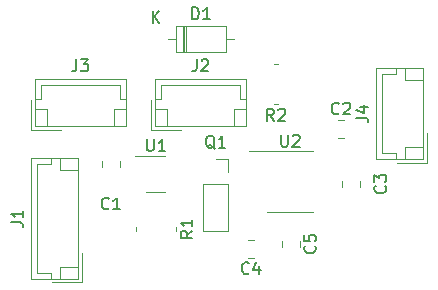
<source format=gbr>
%TF.GenerationSoftware,KiCad,Pcbnew,7.0.8-7.0.8~ubuntu22.04.1*%
%TF.CreationDate,2023-10-16T16:43:54-07:00*%
%TF.ProjectId,SolenoidDriver,536f6c65-6e6f-4696-9444-72697665722e,rev?*%
%TF.SameCoordinates,Original*%
%TF.FileFunction,Legend,Top*%
%TF.FilePolarity,Positive*%
%FSLAX46Y46*%
G04 Gerber Fmt 4.6, Leading zero omitted, Abs format (unit mm)*
G04 Created by KiCad (PCBNEW 7.0.8-7.0.8~ubuntu22.04.1) date 2023-10-16 16:43:54*
%MOMM*%
%LPD*%
G01*
G04 APERTURE LIST*
%ADD10C,0.150000*%
%ADD11C,0.120000*%
G04 APERTURE END LIST*
D10*
X115403333Y-36664819D02*
X115070000Y-36188628D01*
X114831905Y-36664819D02*
X114831905Y-35664819D01*
X114831905Y-35664819D02*
X115212857Y-35664819D01*
X115212857Y-35664819D02*
X115308095Y-35712438D01*
X115308095Y-35712438D02*
X115355714Y-35760057D01*
X115355714Y-35760057D02*
X115403333Y-35855295D01*
X115403333Y-35855295D02*
X115403333Y-35998152D01*
X115403333Y-35998152D02*
X115355714Y-36093390D01*
X115355714Y-36093390D02*
X115308095Y-36141009D01*
X115308095Y-36141009D02*
X115212857Y-36188628D01*
X115212857Y-36188628D02*
X114831905Y-36188628D01*
X115784286Y-35760057D02*
X115831905Y-35712438D01*
X115831905Y-35712438D02*
X115927143Y-35664819D01*
X115927143Y-35664819D02*
X116165238Y-35664819D01*
X116165238Y-35664819D02*
X116260476Y-35712438D01*
X116260476Y-35712438D02*
X116308095Y-35760057D01*
X116308095Y-35760057D02*
X116355714Y-35855295D01*
X116355714Y-35855295D02*
X116355714Y-35950533D01*
X116355714Y-35950533D02*
X116308095Y-36093390D01*
X116308095Y-36093390D02*
X115736667Y-36664819D01*
X115736667Y-36664819D02*
X116355714Y-36664819D01*
X108514819Y-45994166D02*
X108038628Y-46327499D01*
X108514819Y-46565594D02*
X107514819Y-46565594D01*
X107514819Y-46565594D02*
X107514819Y-46184642D01*
X107514819Y-46184642D02*
X107562438Y-46089404D01*
X107562438Y-46089404D02*
X107610057Y-46041785D01*
X107610057Y-46041785D02*
X107705295Y-45994166D01*
X107705295Y-45994166D02*
X107848152Y-45994166D01*
X107848152Y-45994166D02*
X107943390Y-46041785D01*
X107943390Y-46041785D02*
X107991009Y-46089404D01*
X107991009Y-46089404D02*
X108038628Y-46184642D01*
X108038628Y-46184642D02*
X108038628Y-46565594D01*
X108514819Y-45041785D02*
X108514819Y-45613213D01*
X108514819Y-45327499D02*
X107514819Y-45327499D01*
X107514819Y-45327499D02*
X107657676Y-45422737D01*
X107657676Y-45422737D02*
X107752914Y-45517975D01*
X107752914Y-45517975D02*
X107800533Y-45613213D01*
X118879580Y-47264166D02*
X118927200Y-47311785D01*
X118927200Y-47311785D02*
X118974819Y-47454642D01*
X118974819Y-47454642D02*
X118974819Y-47549880D01*
X118974819Y-47549880D02*
X118927200Y-47692737D01*
X118927200Y-47692737D02*
X118831961Y-47787975D01*
X118831961Y-47787975D02*
X118736723Y-47835594D01*
X118736723Y-47835594D02*
X118546247Y-47883213D01*
X118546247Y-47883213D02*
X118403390Y-47883213D01*
X118403390Y-47883213D02*
X118212914Y-47835594D01*
X118212914Y-47835594D02*
X118117676Y-47787975D01*
X118117676Y-47787975D02*
X118022438Y-47692737D01*
X118022438Y-47692737D02*
X117974819Y-47549880D01*
X117974819Y-47549880D02*
X117974819Y-47454642D01*
X117974819Y-47454642D02*
X118022438Y-47311785D01*
X118022438Y-47311785D02*
X118070057Y-47264166D01*
X117974819Y-46359404D02*
X117974819Y-46835594D01*
X117974819Y-46835594D02*
X118451009Y-46883213D01*
X118451009Y-46883213D02*
X118403390Y-46835594D01*
X118403390Y-46835594D02*
X118355771Y-46740356D01*
X118355771Y-46740356D02*
X118355771Y-46502261D01*
X118355771Y-46502261D02*
X118403390Y-46407023D01*
X118403390Y-46407023D02*
X118451009Y-46359404D01*
X118451009Y-46359404D02*
X118546247Y-46311785D01*
X118546247Y-46311785D02*
X118784342Y-46311785D01*
X118784342Y-46311785D02*
X118879580Y-46359404D01*
X118879580Y-46359404D02*
X118927200Y-46407023D01*
X118927200Y-46407023D02*
X118974819Y-46502261D01*
X118974819Y-46502261D02*
X118974819Y-46740356D01*
X118974819Y-46740356D02*
X118927200Y-46835594D01*
X118927200Y-46835594D02*
X118879580Y-46883213D01*
X113295833Y-49569580D02*
X113248214Y-49617200D01*
X113248214Y-49617200D02*
X113105357Y-49664819D01*
X113105357Y-49664819D02*
X113010119Y-49664819D01*
X113010119Y-49664819D02*
X112867262Y-49617200D01*
X112867262Y-49617200D02*
X112772024Y-49521961D01*
X112772024Y-49521961D02*
X112724405Y-49426723D01*
X112724405Y-49426723D02*
X112676786Y-49236247D01*
X112676786Y-49236247D02*
X112676786Y-49093390D01*
X112676786Y-49093390D02*
X112724405Y-48902914D01*
X112724405Y-48902914D02*
X112772024Y-48807676D01*
X112772024Y-48807676D02*
X112867262Y-48712438D01*
X112867262Y-48712438D02*
X113010119Y-48664819D01*
X113010119Y-48664819D02*
X113105357Y-48664819D01*
X113105357Y-48664819D02*
X113248214Y-48712438D01*
X113248214Y-48712438D02*
X113295833Y-48760057D01*
X114152976Y-48998152D02*
X114152976Y-49664819D01*
X113914881Y-48617200D02*
X113676786Y-49331485D01*
X113676786Y-49331485D02*
X114295833Y-49331485D01*
X124819580Y-42184166D02*
X124867200Y-42231785D01*
X124867200Y-42231785D02*
X124914819Y-42374642D01*
X124914819Y-42374642D02*
X124914819Y-42469880D01*
X124914819Y-42469880D02*
X124867200Y-42612737D01*
X124867200Y-42612737D02*
X124771961Y-42707975D01*
X124771961Y-42707975D02*
X124676723Y-42755594D01*
X124676723Y-42755594D02*
X124486247Y-42803213D01*
X124486247Y-42803213D02*
X124343390Y-42803213D01*
X124343390Y-42803213D02*
X124152914Y-42755594D01*
X124152914Y-42755594D02*
X124057676Y-42707975D01*
X124057676Y-42707975D02*
X123962438Y-42612737D01*
X123962438Y-42612737D02*
X123914819Y-42469880D01*
X123914819Y-42469880D02*
X123914819Y-42374642D01*
X123914819Y-42374642D02*
X123962438Y-42231785D01*
X123962438Y-42231785D02*
X124010057Y-42184166D01*
X123914819Y-41850832D02*
X123914819Y-41231785D01*
X123914819Y-41231785D02*
X124295771Y-41565118D01*
X124295771Y-41565118D02*
X124295771Y-41422261D01*
X124295771Y-41422261D02*
X124343390Y-41327023D01*
X124343390Y-41327023D02*
X124391009Y-41279404D01*
X124391009Y-41279404D02*
X124486247Y-41231785D01*
X124486247Y-41231785D02*
X124724342Y-41231785D01*
X124724342Y-41231785D02*
X124819580Y-41279404D01*
X124819580Y-41279404D02*
X124867200Y-41327023D01*
X124867200Y-41327023D02*
X124914819Y-41422261D01*
X124914819Y-41422261D02*
X124914819Y-41707975D01*
X124914819Y-41707975D02*
X124867200Y-41803213D01*
X124867200Y-41803213D02*
X124819580Y-41850832D01*
X120915833Y-36049580D02*
X120868214Y-36097200D01*
X120868214Y-36097200D02*
X120725357Y-36144819D01*
X120725357Y-36144819D02*
X120630119Y-36144819D01*
X120630119Y-36144819D02*
X120487262Y-36097200D01*
X120487262Y-36097200D02*
X120392024Y-36001961D01*
X120392024Y-36001961D02*
X120344405Y-35906723D01*
X120344405Y-35906723D02*
X120296786Y-35716247D01*
X120296786Y-35716247D02*
X120296786Y-35573390D01*
X120296786Y-35573390D02*
X120344405Y-35382914D01*
X120344405Y-35382914D02*
X120392024Y-35287676D01*
X120392024Y-35287676D02*
X120487262Y-35192438D01*
X120487262Y-35192438D02*
X120630119Y-35144819D01*
X120630119Y-35144819D02*
X120725357Y-35144819D01*
X120725357Y-35144819D02*
X120868214Y-35192438D01*
X120868214Y-35192438D02*
X120915833Y-35240057D01*
X121296786Y-35240057D02*
X121344405Y-35192438D01*
X121344405Y-35192438D02*
X121439643Y-35144819D01*
X121439643Y-35144819D02*
X121677738Y-35144819D01*
X121677738Y-35144819D02*
X121772976Y-35192438D01*
X121772976Y-35192438D02*
X121820595Y-35240057D01*
X121820595Y-35240057D02*
X121868214Y-35335295D01*
X121868214Y-35335295D02*
X121868214Y-35430533D01*
X121868214Y-35430533D02*
X121820595Y-35573390D01*
X121820595Y-35573390D02*
X121249167Y-36144819D01*
X121249167Y-36144819D02*
X121868214Y-36144819D01*
X101433333Y-44079580D02*
X101385714Y-44127200D01*
X101385714Y-44127200D02*
X101242857Y-44174819D01*
X101242857Y-44174819D02*
X101147619Y-44174819D01*
X101147619Y-44174819D02*
X101004762Y-44127200D01*
X101004762Y-44127200D02*
X100909524Y-44031961D01*
X100909524Y-44031961D02*
X100861905Y-43936723D01*
X100861905Y-43936723D02*
X100814286Y-43746247D01*
X100814286Y-43746247D02*
X100814286Y-43603390D01*
X100814286Y-43603390D02*
X100861905Y-43412914D01*
X100861905Y-43412914D02*
X100909524Y-43317676D01*
X100909524Y-43317676D02*
X101004762Y-43222438D01*
X101004762Y-43222438D02*
X101147619Y-43174819D01*
X101147619Y-43174819D02*
X101242857Y-43174819D01*
X101242857Y-43174819D02*
X101385714Y-43222438D01*
X101385714Y-43222438D02*
X101433333Y-43270057D01*
X102385714Y-44174819D02*
X101814286Y-44174819D01*
X102100000Y-44174819D02*
X102100000Y-43174819D01*
X102100000Y-43174819D02*
X102004762Y-43317676D01*
X102004762Y-43317676D02*
X101909524Y-43412914D01*
X101909524Y-43412914D02*
X101814286Y-43460533D01*
X93174819Y-45283333D02*
X93889104Y-45283333D01*
X93889104Y-45283333D02*
X94031961Y-45330952D01*
X94031961Y-45330952D02*
X94127200Y-45426190D01*
X94127200Y-45426190D02*
X94174819Y-45569047D01*
X94174819Y-45569047D02*
X94174819Y-45664285D01*
X94174819Y-44283333D02*
X94174819Y-44854761D01*
X94174819Y-44569047D02*
X93174819Y-44569047D01*
X93174819Y-44569047D02*
X93317676Y-44664285D01*
X93317676Y-44664285D02*
X93412914Y-44759523D01*
X93412914Y-44759523D02*
X93460533Y-44854761D01*
X122384819Y-36413333D02*
X123099104Y-36413333D01*
X123099104Y-36413333D02*
X123241961Y-36460952D01*
X123241961Y-36460952D02*
X123337200Y-36556190D01*
X123337200Y-36556190D02*
X123384819Y-36699047D01*
X123384819Y-36699047D02*
X123384819Y-36794285D01*
X122718152Y-35508571D02*
X123384819Y-35508571D01*
X122337200Y-35746666D02*
X123051485Y-35984761D01*
X123051485Y-35984761D02*
X123051485Y-35365714D01*
X98686666Y-31484819D02*
X98686666Y-32199104D01*
X98686666Y-32199104D02*
X98639047Y-32341961D01*
X98639047Y-32341961D02*
X98543809Y-32437200D01*
X98543809Y-32437200D02*
X98400952Y-32484819D01*
X98400952Y-32484819D02*
X98305714Y-32484819D01*
X99067619Y-31484819D02*
X99686666Y-31484819D01*
X99686666Y-31484819D02*
X99353333Y-31865771D01*
X99353333Y-31865771D02*
X99496190Y-31865771D01*
X99496190Y-31865771D02*
X99591428Y-31913390D01*
X99591428Y-31913390D02*
X99639047Y-31961009D01*
X99639047Y-31961009D02*
X99686666Y-32056247D01*
X99686666Y-32056247D02*
X99686666Y-32294342D01*
X99686666Y-32294342D02*
X99639047Y-32389580D01*
X99639047Y-32389580D02*
X99591428Y-32437200D01*
X99591428Y-32437200D02*
X99496190Y-32484819D01*
X99496190Y-32484819D02*
X99210476Y-32484819D01*
X99210476Y-32484819D02*
X99115238Y-32437200D01*
X99115238Y-32437200D02*
X99067619Y-32389580D01*
X108866666Y-31484819D02*
X108866666Y-32199104D01*
X108866666Y-32199104D02*
X108819047Y-32341961D01*
X108819047Y-32341961D02*
X108723809Y-32437200D01*
X108723809Y-32437200D02*
X108580952Y-32484819D01*
X108580952Y-32484819D02*
X108485714Y-32484819D01*
X109295238Y-31580057D02*
X109342857Y-31532438D01*
X109342857Y-31532438D02*
X109438095Y-31484819D01*
X109438095Y-31484819D02*
X109676190Y-31484819D01*
X109676190Y-31484819D02*
X109771428Y-31532438D01*
X109771428Y-31532438D02*
X109819047Y-31580057D01*
X109819047Y-31580057D02*
X109866666Y-31675295D01*
X109866666Y-31675295D02*
X109866666Y-31770533D01*
X109866666Y-31770533D02*
X109819047Y-31913390D01*
X109819047Y-31913390D02*
X109247619Y-32484819D01*
X109247619Y-32484819D02*
X109866666Y-32484819D01*
X116013095Y-37869819D02*
X116013095Y-38679342D01*
X116013095Y-38679342D02*
X116060714Y-38774580D01*
X116060714Y-38774580D02*
X116108333Y-38822200D01*
X116108333Y-38822200D02*
X116203571Y-38869819D01*
X116203571Y-38869819D02*
X116394047Y-38869819D01*
X116394047Y-38869819D02*
X116489285Y-38822200D01*
X116489285Y-38822200D02*
X116536904Y-38774580D01*
X116536904Y-38774580D02*
X116584523Y-38679342D01*
X116584523Y-38679342D02*
X116584523Y-37869819D01*
X117013095Y-37965057D02*
X117060714Y-37917438D01*
X117060714Y-37917438D02*
X117155952Y-37869819D01*
X117155952Y-37869819D02*
X117394047Y-37869819D01*
X117394047Y-37869819D02*
X117489285Y-37917438D01*
X117489285Y-37917438D02*
X117536904Y-37965057D01*
X117536904Y-37965057D02*
X117584523Y-38060295D01*
X117584523Y-38060295D02*
X117584523Y-38155533D01*
X117584523Y-38155533D02*
X117536904Y-38298390D01*
X117536904Y-38298390D02*
X116965476Y-38869819D01*
X116965476Y-38869819D02*
X117584523Y-38869819D01*
X104648095Y-38234819D02*
X104648095Y-39044342D01*
X104648095Y-39044342D02*
X104695714Y-39139580D01*
X104695714Y-39139580D02*
X104743333Y-39187200D01*
X104743333Y-39187200D02*
X104838571Y-39234819D01*
X104838571Y-39234819D02*
X105029047Y-39234819D01*
X105029047Y-39234819D02*
X105124285Y-39187200D01*
X105124285Y-39187200D02*
X105171904Y-39139580D01*
X105171904Y-39139580D02*
X105219523Y-39044342D01*
X105219523Y-39044342D02*
X105219523Y-38234819D01*
X106219523Y-39234819D02*
X105648095Y-39234819D01*
X105933809Y-39234819D02*
X105933809Y-38234819D01*
X105933809Y-38234819D02*
X105838571Y-38377676D01*
X105838571Y-38377676D02*
X105743333Y-38472914D01*
X105743333Y-38472914D02*
X105648095Y-38520533D01*
X110394761Y-39040057D02*
X110299523Y-38992438D01*
X110299523Y-38992438D02*
X110204285Y-38897200D01*
X110204285Y-38897200D02*
X110061428Y-38754342D01*
X110061428Y-38754342D02*
X109966190Y-38706723D01*
X109966190Y-38706723D02*
X109870952Y-38706723D01*
X109918571Y-38944819D02*
X109823333Y-38897200D01*
X109823333Y-38897200D02*
X109728095Y-38801961D01*
X109728095Y-38801961D02*
X109680476Y-38611485D01*
X109680476Y-38611485D02*
X109680476Y-38278152D01*
X109680476Y-38278152D02*
X109728095Y-38087676D01*
X109728095Y-38087676D02*
X109823333Y-37992438D01*
X109823333Y-37992438D02*
X109918571Y-37944819D01*
X109918571Y-37944819D02*
X110109047Y-37944819D01*
X110109047Y-37944819D02*
X110204285Y-37992438D01*
X110204285Y-37992438D02*
X110299523Y-38087676D01*
X110299523Y-38087676D02*
X110347142Y-38278152D01*
X110347142Y-38278152D02*
X110347142Y-38611485D01*
X110347142Y-38611485D02*
X110299523Y-38801961D01*
X110299523Y-38801961D02*
X110204285Y-38897200D01*
X110204285Y-38897200D02*
X110109047Y-38944819D01*
X110109047Y-38944819D02*
X109918571Y-38944819D01*
X111299523Y-38944819D02*
X110728095Y-38944819D01*
X111013809Y-38944819D02*
X111013809Y-37944819D01*
X111013809Y-37944819D02*
X110918571Y-38087676D01*
X110918571Y-38087676D02*
X110823333Y-38182914D01*
X110823333Y-38182914D02*
X110728095Y-38230533D01*
X108481905Y-28084819D02*
X108481905Y-27084819D01*
X108481905Y-27084819D02*
X108720000Y-27084819D01*
X108720000Y-27084819D02*
X108862857Y-27132438D01*
X108862857Y-27132438D02*
X108958095Y-27227676D01*
X108958095Y-27227676D02*
X109005714Y-27322914D01*
X109005714Y-27322914D02*
X109053333Y-27513390D01*
X109053333Y-27513390D02*
X109053333Y-27656247D01*
X109053333Y-27656247D02*
X109005714Y-27846723D01*
X109005714Y-27846723D02*
X108958095Y-27941961D01*
X108958095Y-27941961D02*
X108862857Y-28037200D01*
X108862857Y-28037200D02*
X108720000Y-28084819D01*
X108720000Y-28084819D02*
X108481905Y-28084819D01*
X110005714Y-28084819D02*
X109434286Y-28084819D01*
X109720000Y-28084819D02*
X109720000Y-27084819D01*
X109720000Y-27084819D02*
X109624762Y-27227676D01*
X109624762Y-27227676D02*
X109529524Y-27322914D01*
X109529524Y-27322914D02*
X109434286Y-27370533D01*
X105148095Y-28404819D02*
X105148095Y-27404819D01*
X105719523Y-28404819D02*
X105290952Y-27833390D01*
X105719523Y-27404819D02*
X105148095Y-27976247D01*
D11*
%TO.C,R2*%
X115752983Y-31850000D02*
X115387017Y-31850000D01*
X115752983Y-35270000D02*
X115387017Y-35270000D01*
%TO.C,R1*%
X103700000Y-45644517D02*
X103700000Y-46010483D01*
X107120000Y-45644517D02*
X107120000Y-46010483D01*
%TO.C,C5*%
X117575000Y-46836248D02*
X117575000Y-47358752D01*
X116105000Y-46836248D02*
X116105000Y-47358752D01*
%TO.C,C4*%
X113723752Y-48265000D02*
X113201248Y-48265000D01*
X113723752Y-46795000D02*
X113201248Y-46795000D01*
%TO.C,C3*%
X122655000Y-41756248D02*
X122655000Y-42278752D01*
X121185000Y-41756248D02*
X121185000Y-42278752D01*
%TO.C,C2*%
X120821248Y-36635000D02*
X121343752Y-36635000D01*
X120821248Y-38105000D02*
X121343752Y-38105000D01*
%TO.C,C1*%
X102335000Y-40081248D02*
X102335000Y-40603752D01*
X100865000Y-40081248D02*
X100865000Y-40603752D01*
%TO.C,J1*%
X98830000Y-50060000D02*
X98830000Y-39840000D01*
X96520000Y-40340000D02*
X96520000Y-39840000D01*
X97330000Y-40840000D02*
X98830000Y-40840000D01*
X95310000Y-40340000D02*
X96520000Y-40340000D01*
X96630000Y-50360000D02*
X99130000Y-50360000D01*
X97330000Y-39840000D02*
X97330000Y-40840000D01*
X96520000Y-49560000D02*
X95310000Y-49560000D01*
X99130000Y-50360000D02*
X99130000Y-47860000D01*
X94810000Y-39840000D02*
X94810000Y-50060000D01*
X97330000Y-50060000D02*
X97330000Y-49060000D01*
X97330000Y-49060000D02*
X98830000Y-49060000D01*
X94810000Y-50060000D02*
X98830000Y-50060000D01*
X96520000Y-50060000D02*
X96520000Y-49560000D01*
X98830000Y-39840000D02*
X94810000Y-39840000D01*
X95310000Y-49560000D02*
X95310000Y-40340000D01*
%TO.C,J4*%
X125730000Y-39440000D02*
X124520000Y-39440000D01*
X124020000Y-32220000D02*
X124020000Y-39940000D01*
X124520000Y-39440000D02*
X124520000Y-32720000D01*
X126540000Y-39940000D02*
X126540000Y-38940000D01*
X126540000Y-38940000D02*
X128040000Y-38940000D01*
X124520000Y-32720000D02*
X125730000Y-32720000D01*
X125730000Y-32720000D02*
X125730000Y-32220000D01*
X124020000Y-39940000D02*
X128040000Y-39940000D01*
X128340000Y-40240000D02*
X128340000Y-37740000D01*
X125730000Y-39940000D02*
X125730000Y-39440000D01*
X128040000Y-32220000D02*
X124020000Y-32220000D01*
X125840000Y-40240000D02*
X128340000Y-40240000D01*
X128040000Y-39940000D02*
X128040000Y-32220000D01*
X126540000Y-33220000D02*
X128040000Y-33220000D01*
X126540000Y-32220000D02*
X126540000Y-33220000D01*
%TO.C,J3*%
X95660000Y-34830000D02*
X95660000Y-33620000D01*
X102880000Y-33120000D02*
X95160000Y-33120000D01*
X95660000Y-33620000D02*
X102380000Y-33620000D01*
X95160000Y-35640000D02*
X96160000Y-35640000D01*
X96160000Y-35640000D02*
X96160000Y-37140000D01*
X102380000Y-33620000D02*
X102380000Y-34830000D01*
X102380000Y-34830000D02*
X102880000Y-34830000D01*
X95160000Y-33120000D02*
X95160000Y-37140000D01*
X94860000Y-37440000D02*
X97360000Y-37440000D01*
X95160000Y-34830000D02*
X95660000Y-34830000D01*
X102880000Y-37140000D02*
X102880000Y-33120000D01*
X94860000Y-34940000D02*
X94860000Y-37440000D01*
X95160000Y-37140000D02*
X102880000Y-37140000D01*
X101880000Y-35640000D02*
X101880000Y-37140000D01*
X102880000Y-35640000D02*
X101880000Y-35640000D01*
%TO.C,J2*%
X105840000Y-34830000D02*
X105840000Y-33620000D01*
X113060000Y-33120000D02*
X105340000Y-33120000D01*
X105840000Y-33620000D02*
X112560000Y-33620000D01*
X105340000Y-35640000D02*
X106340000Y-35640000D01*
X106340000Y-35640000D02*
X106340000Y-37140000D01*
X112560000Y-33620000D02*
X112560000Y-34830000D01*
X112560000Y-34830000D02*
X113060000Y-34830000D01*
X105340000Y-33120000D02*
X105340000Y-37140000D01*
X105040000Y-37440000D02*
X107540000Y-37440000D01*
X105340000Y-34830000D02*
X105840000Y-34830000D01*
X113060000Y-37140000D02*
X113060000Y-33120000D01*
X105040000Y-34940000D02*
X105040000Y-37440000D01*
X105340000Y-37140000D02*
X113060000Y-37140000D01*
X112060000Y-35640000D02*
X112060000Y-37140000D01*
X113060000Y-35640000D02*
X112060000Y-35640000D01*
%TO.C,U2*%
X116775000Y-39255000D02*
X118725000Y-39255000D01*
X116775000Y-44375000D02*
X118725000Y-44375000D01*
X116775000Y-39255000D02*
X113325000Y-39255000D01*
X116775000Y-44375000D02*
X114825000Y-44375000D01*
%TO.C,U1*%
X105410000Y-42740000D02*
X104610000Y-42740000D01*
X105410000Y-39620000D02*
X103610000Y-39620000D01*
X105410000Y-39620000D02*
X106210000Y-39620000D01*
X105410000Y-42740000D02*
X106210000Y-42740000D01*
%TO.C,Q1*%
X109430000Y-41990000D02*
X109430000Y-46050000D01*
X109430000Y-46050000D02*
X111550000Y-46050000D01*
X110490000Y-39930000D02*
X111550000Y-39930000D01*
X111550000Y-41990000D02*
X111550000Y-46050000D01*
X109430000Y-41990000D02*
X111550000Y-41990000D01*
X111550000Y-39930000D02*
X111550000Y-40990000D01*
%TO.C,D1*%
X111340000Y-28630000D02*
X107100000Y-28630000D01*
X107820000Y-28630000D02*
X107820000Y-30870000D01*
X107700000Y-28630000D02*
X107700000Y-30870000D01*
X111340000Y-30870000D02*
X111340000Y-28630000D01*
X107940000Y-28630000D02*
X107940000Y-30870000D01*
X106450000Y-29750000D02*
X107100000Y-29750000D01*
X107100000Y-28630000D02*
X107100000Y-30870000D01*
X107100000Y-30870000D02*
X111340000Y-30870000D01*
X111990000Y-29750000D02*
X111340000Y-29750000D01*
%TD*%
M02*

</source>
